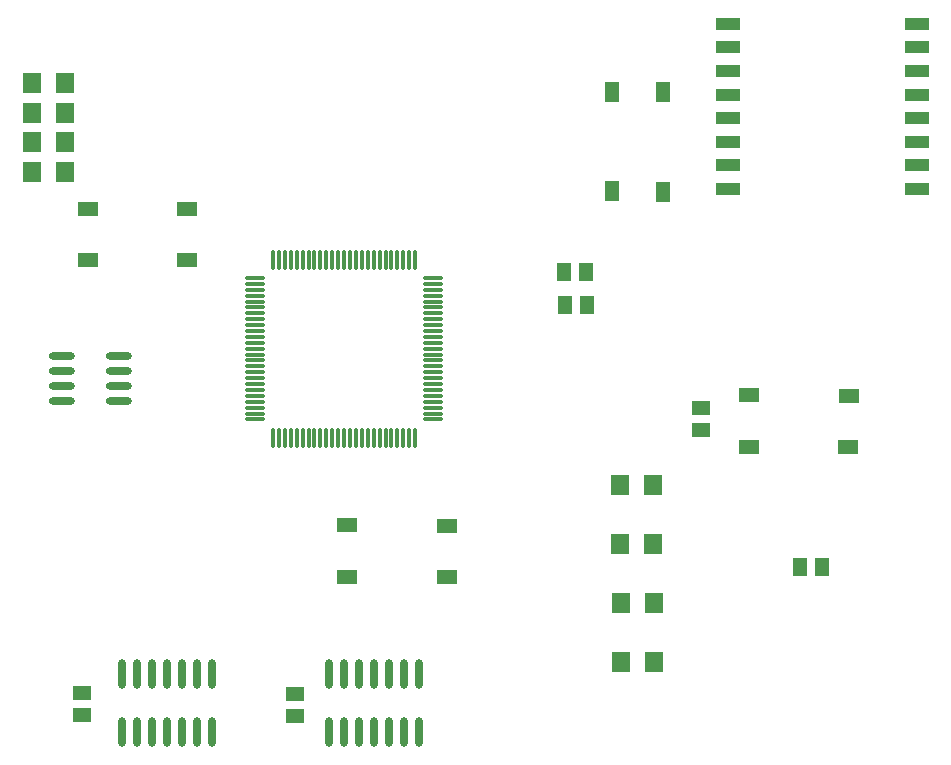
<source format=gbr>
G04 Layer_Color=8421504*
%FSLAX23Y23*%
%MOIN*%
%TF.FileFunction,Paste,Top*%
%TF.Part,Single*%
G01*
G75*
%TA.AperFunction,SMDPad*%
%ADD10R,0.079X0.039*%
%TA.AperFunction,SMDPad*%
%ADD11R,0.063X0.071*%
%TA.AperFunction,SMDPad*%
%ADD12O,0.087X0.024*%
%TA.AperFunction,SMDPad*%
%ADD13R,0.059X0.051*%
%TA.AperFunction,SMDPad*%
%ADD14R,0.051X0.065*%
%TA.AperFunction,SMDPad*%
%ADD15R,0.065X0.051*%
%TA.AperFunction,SMDPad*%
%ADD16R,0.051X0.059*%
%TA.AperFunction,SMDPad*%
%ADD17O,0.012X0.071*%
%TA.AperFunction,SMDPad*%
%ADD18O,0.071X0.012*%
%TA.AperFunction,SMDPad*%
%ADD19O,0.028X0.098*%
D10*
X5354Y4213D02*
D03*
Y4134D02*
D03*
Y4055D02*
D03*
Y3977D02*
D03*
Y3662D02*
D03*
Y3741D02*
D03*
Y3819D02*
D03*
Y3898D02*
D03*
X4724D02*
D03*
Y3819D02*
D03*
Y3741D02*
D03*
Y3662D02*
D03*
Y3977D02*
D03*
Y4055D02*
D03*
Y4134D02*
D03*
Y4213D02*
D03*
D11*
X4363Y2675D02*
D03*
X4473D02*
D03*
X4363Y2479D02*
D03*
X4473D02*
D03*
X4368Y2283D02*
D03*
X4478D02*
D03*
X4368Y2086D02*
D03*
X4478D02*
D03*
X2406Y3720D02*
D03*
X2516D02*
D03*
X2405Y3916D02*
D03*
X2515D02*
D03*
X2406Y4016D02*
D03*
X2516D02*
D03*
X2406Y3819D02*
D03*
X2516D02*
D03*
D12*
X2504Y3106D02*
D03*
Y3056D02*
D03*
Y3006D02*
D03*
Y2956D02*
D03*
X2693Y3106D02*
D03*
Y3056D02*
D03*
Y3006D02*
D03*
Y2956D02*
D03*
D13*
X4636Y2859D02*
D03*
Y2933D02*
D03*
X3280Y1980D02*
D03*
Y1906D02*
D03*
X2571Y1983D02*
D03*
Y1909D02*
D03*
D14*
X4509Y3985D02*
D03*
X4338D02*
D03*
X4508Y3653D02*
D03*
X4338Y3654D02*
D03*
D15*
X4795Y2974D02*
D03*
Y2803D02*
D03*
X5127Y2973D02*
D03*
X5126Y2803D02*
D03*
X2922Y3424D02*
D03*
Y3595D02*
D03*
X2590Y3425D02*
D03*
X2591Y3595D02*
D03*
X3456Y2541D02*
D03*
Y2370D02*
D03*
X3788Y2540D02*
D03*
X3787Y2370D02*
D03*
D16*
X4963Y2402D02*
D03*
X5037D02*
D03*
X4254Y3274D02*
D03*
X4180D02*
D03*
X4251Y3384D02*
D03*
X4177D02*
D03*
D17*
X3209Y3427D02*
D03*
X3228D02*
D03*
X3248D02*
D03*
X3268D02*
D03*
X3287D02*
D03*
X3307D02*
D03*
X3327D02*
D03*
X3346D02*
D03*
X3366D02*
D03*
X3386D02*
D03*
X3406D02*
D03*
X3425D02*
D03*
X3445D02*
D03*
X3465D02*
D03*
X3484D02*
D03*
X3504D02*
D03*
X3524D02*
D03*
X3543D02*
D03*
X3563D02*
D03*
X3583D02*
D03*
X3602D02*
D03*
X3622D02*
D03*
X3642D02*
D03*
X3661D02*
D03*
X3681D02*
D03*
Y2833D02*
D03*
X3661D02*
D03*
X3642D02*
D03*
X3622D02*
D03*
X3602D02*
D03*
X3583D02*
D03*
X3563D02*
D03*
X3543D02*
D03*
X3524D02*
D03*
X3504D02*
D03*
X3484D02*
D03*
X3465D02*
D03*
X3445D02*
D03*
X3425D02*
D03*
X3406D02*
D03*
X3386D02*
D03*
X3366D02*
D03*
X3346D02*
D03*
X3327D02*
D03*
X3307D02*
D03*
X3287D02*
D03*
X3268D02*
D03*
X3248D02*
D03*
X3228D02*
D03*
X3209D02*
D03*
D18*
X3742Y3366D02*
D03*
Y3346D02*
D03*
Y3327D02*
D03*
Y3307D02*
D03*
Y3287D02*
D03*
Y3268D02*
D03*
Y3248D02*
D03*
Y3228D02*
D03*
Y3209D02*
D03*
Y3189D02*
D03*
Y3169D02*
D03*
Y3150D02*
D03*
Y3130D02*
D03*
Y3110D02*
D03*
Y3091D02*
D03*
Y3071D02*
D03*
Y3051D02*
D03*
Y3031D02*
D03*
Y3012D02*
D03*
Y2992D02*
D03*
Y2972D02*
D03*
Y2953D02*
D03*
Y2933D02*
D03*
Y2913D02*
D03*
Y2894D02*
D03*
X3148D02*
D03*
Y2913D02*
D03*
Y2933D02*
D03*
Y2953D02*
D03*
Y2972D02*
D03*
Y2992D02*
D03*
Y3012D02*
D03*
Y3031D02*
D03*
Y3051D02*
D03*
Y3071D02*
D03*
Y3091D02*
D03*
Y3110D02*
D03*
Y3130D02*
D03*
Y3150D02*
D03*
Y3169D02*
D03*
Y3189D02*
D03*
Y3209D02*
D03*
Y3228D02*
D03*
Y3248D02*
D03*
Y3268D02*
D03*
Y3287D02*
D03*
Y3307D02*
D03*
Y3327D02*
D03*
Y3346D02*
D03*
Y3366D02*
D03*
D19*
X3393Y1852D02*
D03*
X3443D02*
D03*
X3493D02*
D03*
X3543D02*
D03*
X3593D02*
D03*
X3643D02*
D03*
X3693D02*
D03*
X3393Y2045D02*
D03*
X3443D02*
D03*
X3493D02*
D03*
X3543D02*
D03*
X3593D02*
D03*
X3643D02*
D03*
X3693D02*
D03*
X2704Y1852D02*
D03*
X2754D02*
D03*
X2804D02*
D03*
X2854D02*
D03*
X2904D02*
D03*
X2954D02*
D03*
X3004D02*
D03*
X2704Y2045D02*
D03*
X2754D02*
D03*
X2804D02*
D03*
X2854D02*
D03*
X2904D02*
D03*
X2954D02*
D03*
X3004D02*
D03*
%TF.MD5,ADCDD29755BA9879C3CD2542A6912743*%
M02*

</source>
